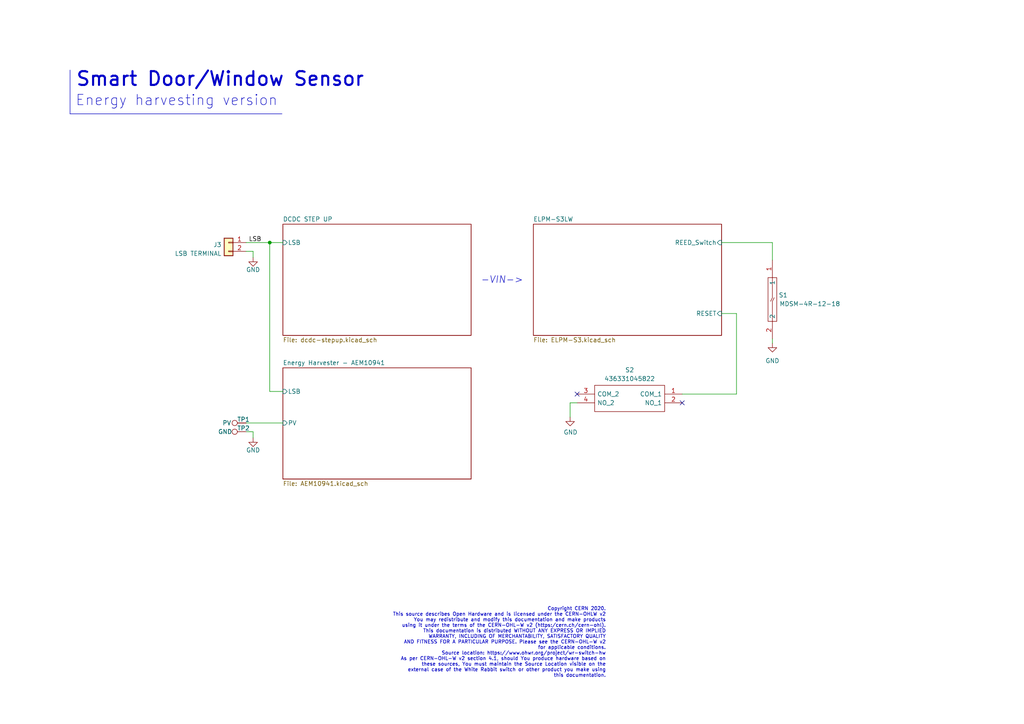
<source format=kicad_sch>
(kicad_sch (version 20231120) (generator "eeschema") (generator_version "8.0")
  (paper "A4")
  (title_block (title "Smart Door/Window Sensor - EH version") (date "2023-07-20") (rev "1.3") (comment 2 "Salvatore Raccardi") (comment 3 "Salvatore Raccardi"))
  (lib_symbols
    (symbol "436331045822:436331045822" (pin_names (offset 0.762))
      (property "Reference" "S" (at 26.67 7.62 0))
      (property "Value" "436331045822" (at 26.67 5.08 0))
      (symbol "436331045822_0_0"
        (pin passive line (at 30.48 0 180) (length 5.08) (name "COM_1") (number "1"))
        (pin passive line (at 30.48 -2.54 180) (length 5.08) (name "NO_1") (number "2"))
        (pin passive line (at 0 0 0) (length 5.08) (name "COM_2") (number "3"))
        (pin passive line (at 0 -2.54 0) (length 5.08) (name "NO_2") (number "4"))
      )
      (symbol "436331045822_0_1"
        (polyline (pts (xy 5.08 2.54) (xy 25.4 2.54) (xy 25.4 -5.08) (xy 5.08 -5.08) (xy 5.08 2.54)) (stroke (width 0.1524)))
      )
    )
    (symbol "Connector:TestPoint" (pin_numbers hide) (pin_names (offset 0.762) hide)
      (property "Reference" "TP" (at 0 6.858 0))
      (property "Value" "TestPoint" (at 0 5.08 0))
      (symbol "TestPoint_0_1"
        (circle (center 0 3.302) (radius 0.762))
      )
      (symbol "TestPoint_1_1"
        (pin passive line (at 0 0 90) (length 2.54) (name "1") (number "1"))
      )
    )
    (symbol "Connector_Generic:Conn_01x02" (pin_names (offset 1.016) hide)
      (property "Reference" "J" (at 0 2.54 0))
      (property "Value" "Conn_01x02" (at 0 -5.08 0))
      (symbol "Conn_01x02_1_1"
        (rectangle (start -1.27 -2.413) (end 0 -2.667) (stroke (width 0.1524)))
        (rectangle (start -1.27 0.127) (end 0 -0.127) (stroke (width 0.1524)))
        (rectangle (start -1.27 1.27) (end 1.27 -3.81) (stroke (width 0.254)) (fill (type background)))
        (pin passive line (at -5.08 0 0) (length 3.81) (name "Pin_1") (number "1"))
        (pin passive line (at -5.08 -2.54 0) (length 3.81) (name "Pin_2") (number "2"))
      )
    )
    (symbol "GND_1" (power) (pin_names (offset 0))
      (property "Value" "GND_1" (at 0 -3.81 0))
      (symbol "GND_1_0_1"
        (polyline (pts (xy 0 0) (xy 0 -1.27) (xy 1.27 -1.27) (xy 0 -2.54) (xy -1.27 -1.27) (xy 0 -1.27)))
      )
      (symbol "GND_1_1_1"
        (pin power_in line (at 0 0 270) (length 0) hide (name "GND") (number "1"))
      )
    )
    (symbol "MDSM-4R-12-18:MDSM-4R-12-18" (pin_names (offset 0.762))
      (property "Reference" "S1" (at 16.51 -0.635 0))
      (property "Value" "MDSM-4R-12-18" (at 16.51 -3.175 0))
      (symbol "MDSM-4R-12-18_0_0"
        (pin passive line (at 0 10.16 270) (length 5.08) (name "1") (number "1"))
        (pin passive line (at 0 -12.7 90) (length 5.08) (name "2") (number "2"))
      )
      (symbol "MDSM-4R-12-18_0_1"
        (rectangle (start -1.27 5.08) (end 1.27 -7.62))
        (polyline (pts (xy 0 -7.62) (xy 0 -1.778) (xy -0.508 -0.762)))
        (polyline (pts (xy 0 5.08) (xy 0 -0.762) (xy 0.508 -1.778)))
      )
    )
    (symbol "power:GND" (power) (pin_names (offset 0))
      (property "Value" "GND" (at 0 -3.81 0))
      (symbol "GND_0_1"
        (polyline (pts (xy 0 0) (xy 0 -1.27) (xy 1.27 -1.27) (xy 0 -2.54) (xy -1.27 -1.27) (xy 0 -1.27)))
      )
      (symbol "GND_1_1"
        (pin power_in line (at 0 0 270) (length 0) hide (name "GND") (number "1"))
      )
    )
  )
  (junction (at 78.232 70.358))
  (no_connect (at 197.866 116.84))
  (no_connect (at 167.386 114.3))
  (wire (pts (xy 165.354 116.84) (xy 165.354 120.9802)))
  (wire (pts (xy 71.374 125.222) (xy 73.406 125.222)))
  (wire (pts (xy 71.374 122.682) (xy 82.042 122.682)))
  (wire (pts (xy 78.232 70.358) (xy 82.042 70.358)))
  (polyline (pts (xy 20.32 20.32) (xy 20.32 33.02)))
  (wire (pts (xy 73.406 125.222) (xy 73.406 127)))
  (wire (pts (xy 224.028 98.298) (xy 224.028 99.568)))
  (wire (pts (xy 78.232 113.538) (xy 82.042 113.538)))
  (wire (pts (xy 71.374 72.898) (xy 73.406 72.898)))
  (wire (pts (xy 167.386 116.84) (xy 165.354 116.84)))
  (wire (pts (xy 71.374 70.358) (xy 78.232 70.358)))
  (polyline (pts (xy 20.32 33.02) (xy 81.788 33.02)))
  (wire (pts (xy 209.296 90.932) (xy 213.614 90.932)))
  (wire (pts (xy 213.614 90.932) (xy 213.614 114.3)))
  (wire (pts (xy 78.232 70.358) (xy 78.232 113.538)))
  (wire (pts (xy 224.028 70.358) (xy 224.028 75.438)))
  (wire (pts (xy 209.296 70.358) (xy 224.028 70.358)))
  (wire (pts (xy 73.406 72.898) (xy 73.406 74.676)))
  (wire (pts (xy 197.866 114.3) (xy 213.614 114.3)))
  (text "Copyright CERN 2020.\nThis source describes Open Hardware and is licensed under the CERN-OHLW v2\nYou may redistribute and modify this documentation and make products\nusing it under the terms of the CERN-OHL-W v2 (https:/cern.ch/cern-ohl).\nThis documentation is distributed WITHOUT ANY EXPRESS OR IMPLIED\nWARRANTY, INCLUDING OF MERCHANTABILITY, SATISFACTORY QUALITY\nAND FITNESS FOR A PARTICULAR PURPOSE. Please see the CERN-OHL-W v2\nfor applicable conditions.\nSource location: https://www.ohwr.org/project/wr-switch-hw\nAs per CERN-OHL-W v2 section 4.1, should You produce hardware based on\nthese sources, You must maintain the Source Location visible on the\nexternal case of the White Rabbit switch or other product you make using\nthis documentation." (at 175.768 196.596 0) (effects (font (size 1 1)) (justify right bottom)))
  (text "Smart Door/Window Sensor" (at 21.844 25.4 0) (effects (font (size 4 4) (thickness 0.6) (bold yes)) (justify left bottom)))
  (text "-VIN->" (at 145.542 81.28 0) (effects (font (size 2 2) (italic yes))))
  (text "Energy harvesting version" (at 21.844 30.988 0) (effects (font (size 3 3)) (justify left bottom)))
  (label "LSB" (at 72.136 70.358 0))
  (symbol (lib_id "Connector:TestPoint") (at 71.374 125.222 90) (unit 1)
    (property "Reference" "TP2" (at 70.612 124.206 90))
    (property "Value" "GND" (at 65.278 125.222 90))
    (property "Footprint" "TestPoint:TestPoint_Pad_2.0x2.0mm" (effects (hide yes)))
    (property "Description" "test point" (effects (hide yes)))
  )
  (symbol (lib_id "Connector_Generic:Conn_01x02") (at 66.294 70.358 0) (mirror y) (unit 1)
    (property "Reference" "J3" (at 64.262 70.993 0) (effects (justify left)))
    (property "Value" "LSB TERMINAL" (at 64.262 73.533 0) (effects (justify left)))
    (property "Footprint" "Connector_PinSocket_2.54mm:PinSocket_1x02_P2.54mm_Vertical" (effects (hide yes)))
  )
  (symbol (lib_id "power:GND") (at 73.406 127 0) (unit 1)
    (property "Reference" "#PWR026" (effects (hide yes)))
    (property "Value" "GND" (at 73.406 130.556 0))
  )
  (symbol (lib_id "power:GND") (at 165.354 120.9802 0) (unit 1)
    (property "Reference" "#PWR059" (effects (hide yes)))
    (property "Value" "GND" (at 165.481 125.3744 0))
  )
  (symbol (lib_id "power:GND") (at 73.406 74.676 0) (unit 1)
    (property "Reference" "#PWR014" (effects (hide yes)))
    (property "Value" "GND" (at 73.406 78.232 0))
  )
  (symbol (lib_id "436331045822:436331045822") (at 167.386 114.3 0) (unit 1)
    (property "Reference" "S2" (at 182.626 107.315 0))
    (property "Value" "436331045822" (at 182.626 109.855 0))
    (property "Footprint" "lib:436331045822" (effects (hide yes)))
    (property "Datasheet" "http://katalog.we-online.de/em/datasheet/4363x10458xx.pdf" (effects (hide yes)))
    (property "Description" "Black Tactile Switch, NO 50 mA@ 12 V dc 2.6mm Surface Mount" (effects (hide yes)))
    (property "Height" "1.65" (effects (hide yes)))
    (property "Mouser Part Number" "710-436331045822" (effects (hide yes)))
    (property "Mouser Price/Stock" "https://www.mouser.co.uk/ProductDetail/Wurth-Elektronik/436331045822?qs=wr8lucFkNMXz9UbduBxtIQ%3D%3D" (effects (hide yes)))
    (property "Manufacturer_Name" "Wurth Elektronik" (effects (hide yes)))
    (property "Manufacturer_Part_Number" "436331045822" (effects (hide yes)))
  )
  (symbol (lib_name "GND_1") (lib_id "power:GND") (at 224.028 99.568 0) (unit 1)
    (property "Reference" "#PWR027" (effects (hide yes)))
    (property "Value" "GND" (at 224.028 104.648 0))
  )
  (symbol (lib_id "Connector:TestPoint") (at 71.374 122.682 90) (unit 1)
    (property "Reference" "TP1" (at 70.612 121.666 90))
    (property "Value" "PV" (at 65.786 122.682 90))
    (property "Footprint" "TestPoint:TestPoint_Pad_2.0x2.0mm" (effects (hide yes)))
    (property "Description" "test point" (effects (hide yes)))
  )
  (symbol (lib_id "MDSM-4R-12-18:MDSM-4R-12-18") (at 224.028 85.598 0) (mirror y) (unit 1)
    (property "Reference" "S1" (at 228.473 85.598 0) (effects (justify left)))
    (property "Value" "MDSM-4R-12-18" (at 243.713 88.138 0) (effects (justify left)))
    (property "Footprint" "lib:MDSM4R1218" (effects (hide yes)))
    (property "Datasheet" "https://media.digikey.com/pdf/DataSheets/HamlinPDFs/MDSM-4R.pdf" (effects (hide yes)))
    (property "Description" "LITTELFUSE - MDSM-4R-12-18 - REED SW, SPST-NO, 0.5A, 200VDC, SMD" (effects (hide yes)))
    (property "Height" "2.84" (effects (hide yes)))
    (property "Mouser Part Number" "934-MDSM-4R12-18" (effects (hide yes)))
    (property "Mouser Price/Stock" "https://www.mouser.co.uk/ProductDetail/Littelfuse/MDSM-4R-12-18?qs=nyo4TFax6NeuFOer0%2FvGlw%3D%3D" (effects (hide yes)))
    (property "Manufacturer_Name" "LITTELFUSE" (effects (hide yes)))
    (property "Manufacturer_Part_Number" "MDSM-4R-12-18" (effects (hide yes)))
  )
  (sheet (at 82.042 106.68) (size 54.61 32.258) (stroke (width 0.1524))
    (property "Sheetname" "Energy Harvester - AEM10941" (at 82.042 105.9684 0) (effects (justify left bottom)))
    (property "Sheetfile" "AEM10941.kicad_sch" (at 82.042 139.5226 0) (effects (justify left top)))
    (pin "LSB" input (at 82.042 113.538 180))
    (pin "PV" input (at 82.042 122.682 180))
  )
  (sheet (at 82.042 65.024) (size 54.61 32.258) (stroke (width 0.1524))
    (property "Sheetname" "DCDC STEP UP" (at 82.042 64.3124 0) (effects (justify left bottom)))
    (property "Sheetfile" "dcdc-stepup.kicad_sch" (at 82.042 97.8666 0) (effects (justify left top)))
    (pin "LSB" input (at 82.042 70.358 180))
  )
  (sheet (at 154.686 65.024) (size 54.61 32.258) (stroke (width 0.1524))
    (property "Sheetname" "ELPM-S3LW" (at 154.686 64.3124 0) (effects (justify left bottom)))
    (property "Sheetfile" "ELPM-S3.kicad_sch" (at 154.686 97.8666 0) (effects (justify left top)))
    (pin "REED_Switch" input (at 209.296 70.358 0))
    (pin "RESET" input (at 209.296 90.932 0))
  )
)
</source>
